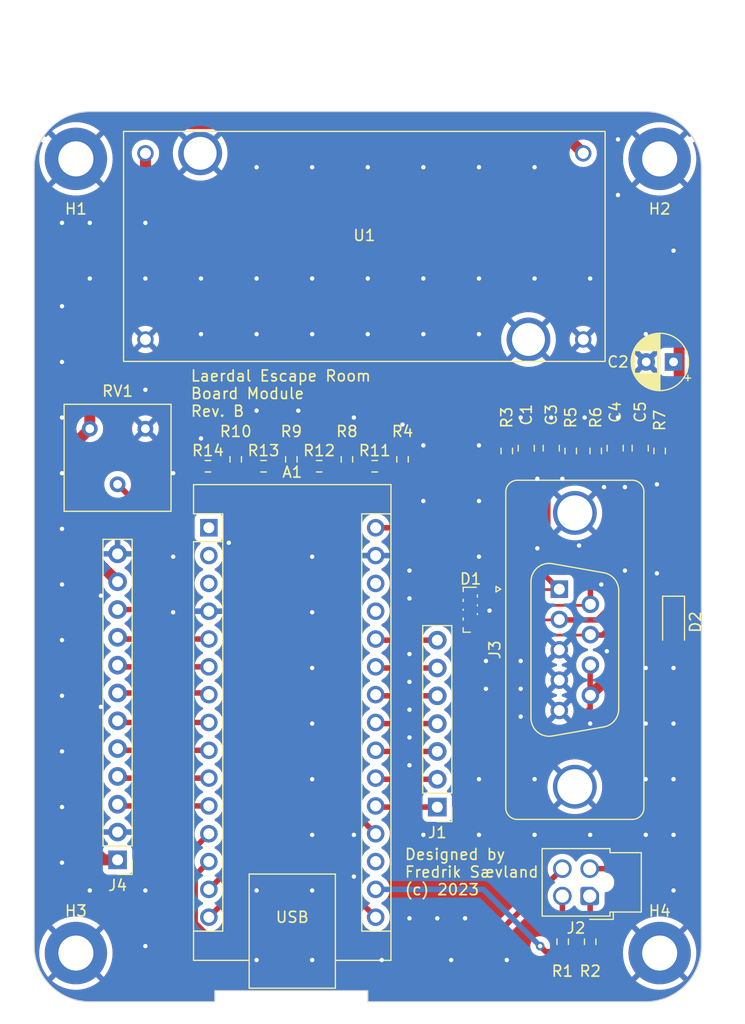
<source format=kicad_pcb>
(kicad_pcb (version 20221018) (generator pcbnew)
  (layers (0 "F.Cu" signal) (31 "B.Cu" signal) (34 "B.Paste" user) (35 "F.Paste" user) (36 "B.SilkS" user "B.Silkscreen") (37 "F.SilkS" user "F.Silkscreen") (38 "B.Mask" user) (39 "F.Mask" user) (44 "Edge.Cuts" user))
  (net 0 "")
  (net 4 "Earth")
  (net 5 "Net-(A1-D2)")
  (net 6 "Net-(A1-D3)")
  (net 7 "Net-(A1-D4)")
  (net 8 "Net-(A1-D5)")
  (net 9 "Net-(A1-D6)")
  (net 10 "Net-(A1-D7)")
  (net 11 "Net-(A1-D8)")
  (net 12 "Net-(A1-D9)")
  (net 13 "Net-(A1-D10)")
  (net 14 "Net-(A1-D11)")
  (net 15 "Net-(A1-D12)")
  (net 16 "Net-(A1-D13)")
  (net 17 "3v3")
  (net 19 "Net-(A1-A0)")
  (net 20 "Net-(A1-A1)")
  (net 21 "Net-(A1-A2)")
  (net 22 "Net-(A1-A3)")
  (net 23 "Net-(A1-A4)")
  (net 24 "Net-(A1-A5)")
  (net 25 "Net-(A1-A6)")
  (net 26 "Net-(A1-A7)")
  (net 27 "5v")
  (net 29 "VIN")
  (net 30 "Net-(D1-K4)")
  (net 31 "Net-(D1-K3)")
  (net 32 "Net-(D1-K2)")
  (net 33 "Net-(D1-K1)")
  (net 38 "Net-(J2-Pin_1)")
  (net 39 "Net-(J2-Pin_3)")
  (net 40 "Net-(J4-Pin_10)")
  (net 41 "VBUCK")
  (net 42 "Net-(R3-Pad2)")
  (net 43 "Net-(R5-Pad2)")
  (net 44 "Net-(R6-Pad2)")
  (net 45 "Net-(R10-Pad2)")
  (footprint "MountingHole:MountingHole_3.2mm_M3_ISO7380_Pad" (layer "F.Cu") (at 138.43 112.395)
    (fp_text reference "H4" (at 0 -3.85) (layer "F.SilkS"))
    (fp_text value "MountingHole_Pad")
    (pad "1" thru_hole circle (at 0 0) (size 5.7 5.7) (drill 3.2) (layers "*.Cu" "*.Mask") (net 4 "Earth"))
  )
  (footprint "Connector_PinHeader_2.54mm:PinHeader_1x07_P2.54mm_Vertical" (layer "F.Cu") (at 118.11 99.065 180)
    (fp_text reference "J1" (at 0 -2.33) (layer "F.SilkS"))
    (fp_text value "Conn_01x07" hide)
    (pad "1" thru_hole rect (at 0 0 180) (size 1.7 1.7) (drill 1) (layers "*.Cu" "*.Mask") (net 20 "Net-(A1-A1)"))
    (pad "2" thru_hole oval (at 0 2.54 180) (size 1.7 1.7) (drill 1) (layers "*.Cu" "*.Mask") (net 21 "Net-(A1-A2)"))
    (pad "3" thru_hole oval (at 0 5.08 180) (size 1.7 1.7) (drill 1) (layers "*.Cu" "*.Mask") (net 22 "Net-(A1-A3)"))
    (pad "4" thru_hole oval (at 0 7.62 180) (size 1.7 1.7) (drill 1) (layers "*.Cu" "*.Mask") (net 23 "Net-(A1-A4)"))
    (pad "5" thru_hole oval (at 0 10.16 180) (size 1.7 1.7) (drill 1) (layers "*.Cu" "*.Mask") (net 24 "Net-(A1-A5)"))
    (pad "6" thru_hole oval (at 0 12.7 180) (size 1.7 1.7) (drill 1) (layers "*.Cu" "*.Mask") (net 25 "Net-(A1-A6)"))
    (pad "7" thru_hole oval (at 0 15.24 180) (size 1.7 1.7) (drill 1) (layers "*.Cu" "*.Mask") (net 26 "Net-(A1-A7)"))
  )
  (footprint "Package_DFN_QFN:UDFN-9_1.0x3.8mm_P0.5mm" (layer "F.Cu") (at 121.125 81.045 180)
    (fp_text reference "D1" (at -0.033 2.813) (layer "F.SilkS"))
    (fp_text value "SP7538P")
    (pad "1" smd rect (at -0.475 -1.7 180) (size 0.6 0.2) (layers "F.Cu" "F.Paste" "F.Mask") (net 33 "Net-(D1-K1)"))
    (pad "2" smd rect (at -0.475 -0.8 180) (size 0.6 0.2) (layers "F.Cu" "F.Paste" "F.Mask") (net 32 "Net-(D1-K2)"))
    (pad "3" smd rect (at -0.475 0 180) (size 0.6 0.2) (layers "F.Cu" "F.Paste" "F.Mask") (net 4 "Earth"))
    (pad "4" smd rect (at -0.475 0.8 180) (size 0.6 0.2) (layers "F.Cu" "F.Paste" "F.Mask") (net 31 "Net-(D1-K3)"))
    (pad "5" smd rect (at -0.475 1.7 180) (size 0.6 0.2) (layers "F.Cu" "F.Paste" "F.Mask") (net 30 "Net-(D1-K4)"))
    (pad "6" smd rect (at 0.475 1.3 180) (size 0.6 0.2) (layers "F.Cu" "F.Paste" "F.Mask"))
    (pad "7" smd rect (at 0.475 0.4 180) (size 0.6 0.2) (layers "F.Cu" "F.Paste" "F.Mask"))
    (pad "8" smd rect (at 0.475 -0.4 180) (size 0.6 0.2) (layers "F.Cu" "F.Paste" "F.Mask"))
    (pad "9" smd rect (at 0.475 -1.3 180) (size 0.6 0.2) (layers "F.Cu" "F.Paste" "F.Mask"))
  )
  (footprint "Connector_PinHeader_2.54mm:PinHeader_1x12_P2.54mm_Vertical" (layer "F.Cu") (at 88.9 103.886 180)
    (fp_text reference "J4" (at 0 -2.33) (layer "F.SilkS"))
    (fp_text value "Conn_01x12")
    (pad "1" thru_hole rect (at 0 0 180) (size 1.7 1.7) (drill 1) (layers "*.Cu" "*.Mask") (net 41 "VBUCK"))
    (pad "2" thru_hole oval (at 0 2.54 180) (size 1.7 1.7) (drill 1) (layers "*.Cu" "*.Mask") (net 4 "Earth"))
    (pad "3" thru_hole oval (at 0 5.08 180) (size 1.7 1.7) (drill 1) (layers "*.Cu" "*.Mask") (net 11 "Net-(A1-D8)"))
    (pad "4" thru_hole oval (at 0 7.62 180) (size 1.7 1.7) (drill 1) (layers "*.Cu" "*.Mask") (net 10 "Net-(A1-D7)"))
    (pad "5" thru_hole oval (at 0 10.16 180) (size 1.7 1.7) (drill 1) (layers "*.Cu" "*.Mask") (net 9 "Net-(A1-D6)"))
    (pad "6" thru_hole oval (at 0 12.7 180) (size 1.7 1.7) (drill 1) (layers "*.Cu" "*.Mask") (net 8 "Net-(A1-D5)"))
    (pad "7" thru_hole oval (at 0 15.24 180) (size 1.7 1.7) (drill 1) (layers "*.Cu" "*.Mask") (net 7 "Net-(A1-D4)"))
    (pad "8" thru_hole oval (at 0 17.78 180) (size 1.7 1.7) (drill 1) (layers "*.Cu" "*.Mask") (net 6 "Net-(A1-D3)"))
    (pad "9" thru_hole oval (at 0 20.32 180) (size 1.7 1.7) (drill 1) (layers "*.Cu" "*.Mask") (net 5 "Net-(A1-D2)"))
    (pad "10" thru_hole oval (at 0 22.86 180) (size 1.7 1.7) (drill 1) (layers "*.Cu" "*.Mask") (net 40 "Net-(J4-Pin_10)"))
    (pad "11" thru_hole oval (at 0 25.4 180) (size 1.7 1.7) (drill 1) (layers "*.Cu" "*.Mask") (net 41 "VBUCK"))
    (pad "12" thru_hole oval (at 0 27.94 180) (size 1.7 1.7) (drill 1) (layers "*.Cu" "*.Mask") (net 4 "Earth"))
  )
  (footprint "Resistor_SMD:R_0603_1608Metric_Pad0.98x0.95mm_HandSolder" (layer "F.Cu") (at 104.775 67.31 90)
    (fp_text reference "R9" (at 2.54 0 180) (layer "F.SilkS"))
    (fp_text value "11k")
    (pad "1" smd roundrect (at -0.9125 0 90) (size 0.975 0.95) (layers "F.Cu" "F.Paste" "F.Mask") (net 15 "Net-(A1-D12)"))
    (pad "2" smd roundrect (at 0.9125 0 90) (size 0.975 0.95) (layers "F.Cu" "F.Paste" "F.Mask") (net 44 "Net-(R6-Pad2)"))
  )
  (footprint "Resistor_SMD:R_0603_1608Metric_Pad0.98x0.95mm_HandSolder" (layer "F.Cu") (at 132.588 66.548 90)
    (fp_text reference "R6" (at 3.048 0 90) (layer "F.SilkS"))
    (fp_text value "470R")
    (pad "1" smd roundrect (at -0.9125 0 90) (size 0.975 0.95) (layers "F.Cu" "F.Paste" "F.Mask") (net 32 "Net-(D1-K2)"))
    (pad "2" smd roundrect (at 0.9125 0 90) (size 0.975 0.95) (layers "F.Cu" "F.Paste" "F.Mask") (net 44 "Net-(R6-Pad2)"))
  )
  (footprint "MountingHole:MountingHole_3.2mm_M3_ISO7380_Pad" (layer "F.Cu") (at 85.09 112.395)
    (fp_text reference "H3" (at 0 -3.85) (layer "F.SilkS"))
    (fp_text value "MountingHole_Pad")
    (pad "1" thru_hole circle (at 0 0) (size 5.7 5.7) (drill 3.2) (layers "*.Cu" "*.Mask") (net 4 "Earth"))
  )
  (footprint "Resistor_SMD:R_0603_1608Metric_Pad0.98x0.95mm_HandSolder" (layer "F.Cu") (at 97.155 67.945)
    (fp_text reference "R14" (at 0 -1.43) (layer "F.SilkS"))
    (fp_text value "22k")
    (pad "1" smd roundrect (at -0.9125 0) (size 0.975 0.95) (layers "F.Cu" "F.Paste" "F.Mask") (net 4 "Earth"))
    (pad "2" smd roundrect (at 0.9125 0) (size 0.975 0.95) (layers "F.Cu" "F.Paste" "F.Mask") (net 14 "Net-(A1-D11)"))
  )
  (footprint "Capacitor_THT:CP_Radial_D5.0mm_P2.50mm" (layer "F.Cu") (at 139.7 58.42 180)
    (fp_text reference "C2" (at 5.08 0) (layer "F.SilkS"))
    (fp_text value "C_Polarized_Small")
    (pad "1" thru_hole rect (at 0 0 180) (size 1.6 1.6) (drill 0.8) (layers "*.Cu" "*.Mask") (net 29 "VIN"))
    (pad "2" thru_hole circle (at 2.5 0 180) (size 1.6 1.6) (drill 0.8) (layers "*.Cu" "*.Mask") (net 4 "Earth"))
  )
  (footprint "Resistor_SMD:R_0603_1608Metric_Pad0.98x0.95mm_HandSolder" (layer "F.Cu") (at 102.235 67.945)
    (fp_text reference "R13" (at 0 -1.43) (layer "F.SilkS"))
    (fp_text value "22k")
    (pad "1" smd roundrect (at -0.9125 0) (size 0.975 0.95) (layers "F.Cu" "F.Paste" "F.Mask") (net 4 "Earth"))
    (pad "2" smd roundrect (at 0.9125 0) (size 0.975 0.95) (layers "F.Cu" "F.Paste" "F.Mask") (net 15 "Net-(A1-D12)"))
  )
  (footprint "Resistor_SMD:R_0603_1608Metric_Pad0.98x0.95mm_HandSolder" (layer "F.Cu") (at 138.43 66.548 90)
    (fp_text reference "R7" (at 2.794 0 90) (layer "F.SilkS"))
    (fp_text value "470R")
    (pad "1" smd roundrect (at -0.9125 0 90) (size 0.975 0.95) (layers "F.Cu" "F.Paste" "F.Mask") (net 33 "Net-(D1-K1)"))
    (pad "2" smd roundrect (at 0.9125 0 90) (size 0.975 0.95) (layers "F.Cu" "F.Paste" "F.Mask") (net 45 "Net-(R10-Pad2)"))
  )
  (footprint "Diode_SMD:D_SOD-123" (layer "F.Cu") (at 139.7 82.17 -90)
    (fp_text reference "D2" (at 0 -2 90) (layer "F.SilkS"))
    (fp_text value "D_Small")
    (pad "1" smd roundrect (at -1.65 0 270) (size 0.9 1.2) (layers "F.Cu" "F.Paste" "F.Mask") (net 29 "VIN"))
    (pad "2" smd roundrect (at 1.65 0 270) (size 0.9 1.2) (layers "F.Cu" "F.Paste" "F.Mask") (net 4 "Earth"))
  )
  (footprint "Resistor_SMD:R_0603_1608Metric_Pad0.98x0.95mm_HandSolder" (layer "F.Cu") (at 129.57 111.3555 90)
    (fp_text reference "R1" (at -2.6905 -0.03 180) (layer "F.SilkS"))
    (fp_text value "R_Small")
    (pad "1" smd roundrect (at -0.9125 0 90) (size 0.975 0.95) (layers "F.Cu" "F.Paste" "F.Mask") (net 17 "3v3"))
    (pad "2" smd roundrect (at 0.9125 0 90) (size 0.975 0.95) (layers "F.Cu" "F.Paste" "F.Mask") (net 39 "Net-(J2-Pin_3)"))
  )
  (footprint "Capacitor_SMD:C_0805_2012Metric_Pad1.18x1.45mm_HandSolder" (layer "F.Cu") (at 136.652 66.294 90)
    (fp_text reference "C5" (at 3.302 0 90) (layer "F.SilkS"))
    (fp_text value "1nF")
    (pad "1" smd roundrect (at -1.0375 0 90) (size 1.175 1.45) (layers "F.Cu" "F.Paste" "F.Mask") (roundrect_rratio 0.2127659574) (net 33 "Net-(D1-K1)"))
    (pad "2" smd roundrect (at 1.0375 0 90) (size 1.175 1.45) (layers "F.Cu" "F.Paste" "F.Mask") (roundrect_rratio 0.2127659574) (net 4 "Earth"))
  )
  (footprint "Potentiometer_THT:Potentiometer_Bourns_3386F_Vertical" (layer "F.Cu") (at 86.36 64.516 -90)
    (fp_text reference "RV1" (at -3.429 -2.54 -180) (layer "F.SilkS"))
    (fp_text value "R_Potentiometer_Small")
    (pad "1" thru_hole circle (at 0 0 270) (size 1.44 1.44) (drill 0.8) (layers "*.Cu" "*.Mask") (net 41 "VBUCK"))
    (pad "2" thru_hole circle (at 5.08 -2.54 270) (size 1.44 1.44) (drill 0.8) (layers "*.Cu" "*.Mask") (net 40 "Net-(J4-Pin_10)"))
    (pad "3" thru_hole circle (at 0 -5.08 270) (size 1.44 1.44) (drill 0.8) (layers "*.Cu" "*.Mask") (net 4 "Earth"))
  )
  (footprint "Capacitor_SMD:C_0805_2012Metric_Pad1.18x1.45mm_HandSolder" (layer "F.Cu") (at 128.524 66.294 90)
    (fp_text reference "C3" (at 3.048 0 90) (layer "F.SilkS"))
    (fp_text value "1nF")
    (pad "1" smd roundrect (at -1.0375 0 90) (size 1.175 1.45) (layers "F.Cu" "F.Paste" "F.Mask") (roundrect_rratio 0.2127659574) (net 31 "Net-(D1-K3)"))
    (pad "2" smd roundrect (at 1.0375 0 90) (size 1.175 1.45) (layers "F.Cu" "F.Paste" "F.Mask") (roundrect_rratio 0.2127659574) (net 4 "Earth"))
  )
  (footprint "Resistor_SMD:R_0603_1608Metric_Pad0.98x0.95mm_HandSolder" (layer "F.Cu") (at 124.46 66.548 90)
    (fp_text reference "R3" (at 3.048 0 90) (layer "F.SilkS"))
    (fp_text value "470R")
    (pad "1" smd roundrect (at -0.9125 0 90) (size 0.975 0.95) (layers "F.Cu" "F.Paste" "F.Mask") (net 30 "Net-(D1-K4)"))
    (pad "2" smd roundrect (at 0.9125 0 90) (size 0.975 0.95) (layers "F.Cu" "F.Paste" "F.Mask") (net 42 "Net-(R3-Pad2)"))
  )
  (footprint "Resistor_SMD:R_0603_1608Metric_Pad0.98x0.95mm_HandSolder" (layer "F.Cu") (at 99.695 67.31 90)
    (fp_text reference "R10" (at 2.54 0) (layer "F.SilkS"))
    (fp_text value "11k")
    (pad "1" smd roundrect (at -0.9125 0 90) (size 0.975 0.95) (layers "F.Cu" "F.Paste" "F.Mask") (net 14 "Net-(A1-D11)"))
    (pad "2" smd roundrect (at 0.9125 0 90) (size 0.975 0.95) (layers "F.Cu" "F.Paste" "F.Mask") (net 45 "Net-(R10-Pad2)"))
  )
  (footprint "Connector_Dsub:DSUB-9_Female_Vertical_P2.77x2.84mm_MountingHoles" (layer "F.Cu") (at 129.2606 79.1662 90)
    (fp_text reference "J3" (at -5.54 -5.89 90) (layer "F.SilkS"))
    (fp_text value "DE9_Receptacle_MountingHoles")
    (pad "0" thru_hole circle (at -18.04 1.42 90) (size 4 4) (drill 3.2) (layers "*.Cu" "*.Mask") (net 4 "Earth"))
    (pad "0" thru_hole circle (at 6.96 1.42 90) (size 4 4) (drill 3.2) (layers "*.Cu" "*.Mask") (net 4 "Earth"))
    (pad "1" thru_hole rect (at 0 0 90) (size 1.6 1.6) (drill 1) (layers "*.Cu" "*.Mask") (net 30 "Net-(D1-K4)"))
    (pad "2" thru_hole circle (at -2.77 0 90) (size 1.6 1.6) (drill 1) (layers "*.Cu" "*.Mask") (net 32 "Net-(D1-K2)"))
    (pad "3" thru_hole circle (at -5.54 0 90) (size 1.6 1.6) (drill 1) (layers "*.Cu" "*.Mask") (net 4 "Earth"))
    (pad "4" thru_hole circle (at -8.31 0 90) (size 1.6 1.6) (drill 1) (layers "*.Cu" "*.Mask") (net 4 "Earth"))
    (pad "5" thru_hole circle (at -11.08 0 90) (size 1.6 1.6) (drill 1) (layers "*.Cu" "*.Mask") (net 4 "Earth"))
    (pad "6" thru_hole circle (at -1.385 2.84 90) (size 1.6 1.6) (drill 1) (layers "*.Cu" "*.Mask") (net 31 "Net-(D1-K3)"))
    (pad "7" thru_hole circle (at -4.155 2.84 90) (size 1.6 1.6) (drill 1) (layers "*.Cu" "*.Mask") (net 33 "Net-(D1-K1)"))
    (pad "8" thru_hole circle (at -6.925 2.84 90) (size 1.6 1.6) (drill 1) (layers "*.Cu" "*.Mask") (net 29 "VIN"))
    (pad "9" thru_hole circle (at -9.695 2.84 90) (size 1.6 1.6) (drill 1) (layers "*.Cu" "*.Mask") (net 29 "VIN"))
  )
  (footprint "Connector_Molex:Molex_Nano-Fit_105310-xx04_2x02_P2.50mm_Vertical" (layer "F.Cu") (at 132.04 107.188 180)
    (fp_text reference "J2" (at 1.25 -2.92) (layer "F.SilkS"))
    (fp_text value "Conn_02x02_Odd_Even" hide)
    (pad "" np_thru_hole circle (at -1.34 1.25 180) (size 1.3 1.3) (drill 1.3) (layers "*.Cu" "*.Mask"))
    (pad "1" thru_hole custom (at 0 0 180) (size 1.417157 1.417157) (drill 1.2) (layers "*.Cu" "*.Mask") (net 38 "Net-(J2-Pin_1)") (options (clearance outline) (anchor circle)) (primitives (gr_poly (pts (xy 0.6 0.6) (xy -0.2 0.6) (xy -0.6 0.2) (xy -0.6 -0.6) (xy 0.6 -0.6)) (width 0.5) (fill yes))))
    (pad "2" thru_hole circle (at 0 2.5 180) (size 1.7 1.7) (drill 1.2) (layers "*.Cu" "*.Mask") (net 12 "Net-(A1-D9)"))
    (pad "3" thru_hole circle (at 2.5 0 180) (size 1.7 1.7) (drill 1.2) (layers "*.Cu" "*.Mask") (net 39 "Net-(J2-Pin_3)"))
    (pad "4" thru_hole circle (at 2.5 2.5 180) (size 1.7 1.7) (drill 1.2) (layers "*.Cu" "*.Mask") (net 13 "Net-(A1-D10)"))
  )
  (footprint "MountingHole:MountingHole_3.2mm_M3_ISO7380_Pad" (layer "F.Cu") (at 85.09 39.878)
    (fp_text reference "H1" (at 0 4.572) (layer "F.SilkS"))
    (fp_text value "MountingHole_Pad")
    (pad "1" thru_hole circle (at 0 0) (size 5.7 5.7) (drill 3.2) (layers "*.Cu" "*.Mask") (net 4 "Earth"))
  )
  (footprint "Resistor_SMD:R_0603_1608Metric_Pad0.98x0.95mm_HandSolder" (layer "F.Cu") (at 109.855 67.31 90)
    (fp_text reference "R8" (at 2.54 0 180) (layer "F.SilkS"))
    (fp_text value "11k")
    (pad "1" smd roundrect (at -0.9125 0 90) (size 0.975 0.95) (layers "F.Cu" "F.Paste" "F.Mask") (net 16 "Net-(A1-D13)"))
    (pad "2" smd roundrect (at 0.9125 0 90) (size 0.975 0.95) (layers "F.Cu" "F.Paste" "F.Mask") (net 43 "Net-(R5-Pad2)"))
  )
  (footprint "Resistor_SMD:R_0603_1608Metric_Pad0.98x0.95mm_HandSolder" (layer "F.Cu") (at 112.395 67.945)
    (fp_text reference "R11" (at 0 -1.43) (layer "F.SilkS"))
    (fp_text value "22k")
    (pad "1" smd roundrect (at -0.9125 0) (size 0.975 0.95) (layers "F.Cu" "F.Paste" "F.Mask") (net 4 "Earth"))
    (pad "2" smd roundrect (at 0.9125 0) (size 0.975 0.95) (layers "F.Cu" "F.Paste" "F.Mask") (net 19 "Net-(A1-A0)"))
  )
  (footprint "Resistor_SMD:R_0603_1608Metric_Pad0.98x0.95mm_HandSolder" (layer "F.Cu") (at 107.315 67.945)
    (fp_text reference "R12" (at 0 -1.43) (layer "F.SilkS"))
    (fp_text value "22k")
    (pad "1" smd roundrect (at -0.9125 0) (size 0.975 0.95) (layers "F.Cu" "F.Paste" "F.Mask") (net 4 "Earth"))
    (pad "2" smd roundrect (at 0.9125 0) (size 0.975 0.95) (layers "F.Cu" "F.Paste" "F.Mask") (net 16 "Net-(A1-D13)"))
  )
  (footprint "fsaev_lib:LM2596_DCDC_dboard" (layer "F.Cu") (at 111.445 47.37)
    (fp_text reference "U1" (at 0 -0.5 unlocked) (layer "F.SilkS"))
    (fp_text value "~")
    (pad "1" thru_hole circle (at -15 -8) (size 4 4) (drill 3) (layers "*.Cu" "*.Mask") (net 4 "Earth"))
    (pad "2" thru_hole circle (at 15 9) (size 4 4) (drill 3) (layers "*.Cu" "*.Mask") (net 4 "Earth"))
    (pad "3" thru_hole circle (at -20 -8) (size 1.5 1.5) (drill 1) (layers "*.Cu" "*.Mask") (net 29 "VIN"))
    (pad "4" thru_hole circle (at -20 9) (size 1.5 1.5) (drill 1) (layers "*.Cu" "*.Mask") (net 4 "Earth"))
    (pad "5" thru_hole circle (at 20 -8) (size 1.5 1.5) (drill 1) (layers "*.Cu" "*.Mask") (net 41 "VBUCK"))
    (pad "6" thru_hole circle (at 20 9) (size 1.5 1.5) (drill 1) (layers "*.Cu" "*.Mask") (net 4 "Earth"))
  )
  (footprint "Module:Arduino_Nano" (layer "F.Cu") (at 97.24 73.56)
    (fp_text reference "A1" (at 7.62 -5.08) (layer "F.SilkS"))
    (fp_text value "Arduino_Nano_v3.x")
    (fp_text user "USB" (at 7.62 35.56 unlocked) (layer "F.SilkS"))
    (pad "1" thru_hole rect (at 0 0) (size 1.6 1.6) (drill 1) (layers "*.Cu" "*.Mask"))
    (pad "2" thru_hole oval (at 0 2.54) (size 1.6 1.6) (drill 1) (layers "*.Cu" "*.Mask"))
    (pad "3" thru_hole oval (at 0 5.08) (size 1.6 1.6) (drill 1) (layers "*.Cu" "*.Mask"))
    (pad "4" thru_hole oval (at 0 7.62) (size 1.6 1.6) (drill 1) (layers "*.Cu" "*.Mask") (net 4 "Earth"))
    (pad "5" thru_hole oval (at 0 10.16) (size 1.6 1.6) (drill 1) (layers "*.Cu" "*.Mask") (net 5 "Net-(A1-D2)"))
    (pad "6" thru_hole oval (at 0 12.7) (size 1.6 1.6) (drill 1) (layers "*.Cu" "*.Mask") (net 6 "Net-(A1-D3)"))
    (pad "7" thru_hole oval (at 0 15.24) (size 1.6 1.6) (drill 1) (layers "*.Cu" "*.Mask") (net 7 "Net-(A1-D4)"))
    (pad "8" thru_hole oval (at 0 17.78) (size 1.6 1.6) (drill 1) (layers "*.Cu" "*.Mask") (net 8 "Net-(A1-D5)"))
    (pad "9" thru_hole oval (at 0 20.32) (size 1.6 1.6) (drill 1) (layers "*.Cu" "*.Mask") (net 9 "Net-(A1-D6)"))
    (pad "10" thru_hole oval (at 0 22.86) (size 1.6 1.6) (drill 1) (layers "*.Cu" "*.Mask") (net 10 "Net-(A1-D7)"))
    (pad "11" thru_hole oval (at 0 25.4) (size 1.6 1.6) (drill 1) (layers "*.Cu" "*.Mask") (net 11 "Net-(A1-D8)"))
    (pad "12" thru_hole oval (at 0 27.94) (size 1.6 1.6) (drill 1) (layers "*.Cu" "*.Mask") (net 12 "Net-(A1-D9)"))
    (pad "13" thru_hole oval (at 0 30.48) (size 1.6 1.6) (drill 1) (layers "*.Cu" "*.Mask") (net 13 "Net-(A1-D10)"))
    (pad "14" thru_hole oval (at 0 33.02) (size 1.6 1.6) (drill 1) (layers "*.Cu" "*.Mask") (net 14 "Net-(A1-D11)"))
    (pad "15" thru_hole oval (at 0 35.56) (size 1.6 1.6) (drill 1) (layers "*.Cu" "*.Mask") (net 15 "Net-(A1-D12)"))
    (pad "16" thru_hole oval (at 15.24 35.56) (size 1.6 1.6) (drill 1) (layers "*.Cu" "*.Mask") (net 16 "Net-(A1-D13)"))
    (pad "17" thru_hole oval (at 15.24 33.02) (size 1.6 1.6) (drill 1) (layers "*.Cu" "*.Mask") (net 17 "3v3"))
    (pad "18" thru_hole oval (at 15.24 30.48) (size 1.6 1.6) (drill 1) (layers "*.Cu" "*.Mask"))
    (pad "19" thru_hole oval (at 15.24 27.94) (size 1.6 1.6) (drill 1) (layers "*.Cu" "*.Mask") (net 19 "Net-(A1-A0)"))
    (pad "20" thru_hole oval (at 15.24 25.4) (size 1.6 1.6) (drill 1) (layers "*.Cu" "*.Mask") (net 20 "Net-(A1-A1)"))
    (pad "21" thru_hole oval (at 15.24 22.86) (size 1.6 1.6) (drill 1) (layers "*.Cu" "*.Mask") (net 21 "Net-(A1-A2)"))
    (pad "22" thru_hole oval (at 15.24 20.32) (size 1.6 1.6) (drill 1) (layers "*.Cu" "*.Mask") (net 22 "Net-(A1-A3)"))
    (pad "23" thru_hole oval (at 15.24 17.78) (size 1.6 1.6) (drill 1) (layers "*.Cu" "*.Mask") (net 23 "Net-(A1-A4)"))
    (pad "24" thru_hole oval (at 15.24 15.24) (size 1.6 1.6) (drill 1) (layers "*.Cu" "*.Mask") (net 24 "Net-(A1-A5)"))
    (pad "25" thru_hole oval (at 15.24 12.7) (size 1.6 1.6) (drill 1) (layers "*.Cu" "*.Mask") (net 25 "Net-(A1-A6)"))
    (pad "26" thru_hole oval (at 15.24 10.16) (size 1.6 1.6) (drill 1) (layers "*.Cu" "*.Mask") (net 26 "Net-(A1-A7)"))
    (pad "27" thru_hole oval (at 15.24 7.62) (size 1.6 1.6) (drill 1) (layers "*.Cu" "*.Mask") (net 27 "5v"))
    (pad "28" thru_hole oval (at 15.24 5.08) (size 1.6 1.6) (drill 1) (layers "*.Cu" "*.Mask"))
    (pad "29" thru_hole oval (at 15.24 2.54) (size 1.6 1.6) (drill 1) (layers "*.Cu" "*.Mask") (net 4 "Earth"))
    (pad "30" thru_hole oval (at 15.24 0) (size 1.6 1.6) (drill 1) (layers "*.Cu" "*.Mask") (net 29 "VIN"))
  )
  (footprint "Resistor_SMD:R_0603_1608Metric_Pad0.98x0.95mm_HandSolder" (layer "F.Cu") (at 132.08 111.3555 90)
    (fp_text reference "R2" (at -2.6905 0) (layer "F.SilkS"))
    (fp_text value "R_Small")
    (pad "1" smd roundrect (at -0.9125 0 90) (size 0.975 0.95) (layers "F.Cu" "F.Paste" "F.Mask") (net 17 "3v3"))
    (pad "2" smd roundrect (at 0.9125 0 90) (size 0.975 0.95) (layers "F.Cu" "F.Paste" "F.Mask") (net 38 "Net-(J2-Pin_1)"))
  )
  (footprint "MountingHole:MountingHole_3.2mm_M3_ISO7380_Pad" (layer "F.Cu") (at 138.43 39.878)
    (fp_text reference "H2" (at 0 4.572) (layer "F.SilkS"))
    (fp_text value "MountingHole_Pad")
    (pad "1" thru_hole circle (at 0 0) (size 5.7 5.7) (drill 3.2) (layers "*.Cu" "*.Mask") (net 4 "Earth"))
  )
  (footprint "Capacitor_SMD:C_0805_2012Metric_Pad1.18x1.45mm_HandSolder" (layer "F.Cu") (at 134.366 66.294 90)
    (fp_text reference "C4" (at 3.302 0 90) (layer "F.SilkS"))
    (fp_text value "1nF")
    (pad "1" smd roundrect (at -1.0375 0 90) (size 1.175 1.45) (layers "F.Cu" "F.Paste" "F.Mask") (roundrect_rratio 0.2127659574) (net 32 "Net-(D1-K2)"))
    (pad "2" smd roundrect (at 1.0375 0 90) (size 1.175 1.45) (layers "F.Cu" "F.Paste" "F.Mask") (roundrect_rratio 0.2127659574) (net 4 "Earth"))
  )
  (footprint "Resistor_SMD:R_0603_1608Metric_Pad0.98x0.95mm_HandSolder" (layer "F.Cu") (at 130.302 66.548 90)
    (fp_text reference "R5" (at 3.048 0 90) (layer "F.SilkS"))
    (fp_text value "470R")
    (pad "1" smd roundrect (at -0.9125 0 90) (size 0.975 0.95) (layers "F.Cu" "F.Paste" "F.Mask") (net 31 "Net-(D1-K3)"))
    (pad "2" smd roundrect (at 0.9125 0 90) (size 0.975 0.95) (layers "F.Cu" "F.Paste" "F.Mask") (net 43 "Net-(R5-Pad2)"))
  )
  (footprint "Resistor_SMD:R_0603_1608Metric_Pad0.98x0.95mm_HandSolder" (layer "F.Cu") (at 114.935 67.31 90)
    (fp_text reference "R4" (at 2.54 0 180) (layer "F.SilkS"))
    (fp_text value "11k")
    (pad "1" smd roundrect (at -0.9125 0 90) (size 0.975 0.95) (layers "F.Cu" "F.Paste" "F.Mask") (net 19 "Net-(A1-A0)"))
    (pad "2" smd roundrect (at 0.9125 0 90) (size 0.975 0.95) (layers "F.Cu" "F.Paste" "F.Mask") (net 42 "Net-(R3-Pad2)"))
  )
  (footprint "Capacitor_SMD:C_0805_2012Metric_Pad1.18x1.45mm_HandSolder" (layer "F.Cu") (at 126.238 66.294 90)
    (fp_text reference "C1" (at 3.048 0 90) (layer "F.SilkS"))
    (fp_text value "1nF")
    (pad "1" smd roundrect (at -1.0375 0 90) (size 1.175 1.45) (layers "F.Cu" "F.Paste" "F.Mask") (roundrect_rratio 0.2127659574) (net 30 "Net-(D1-K4)"))
    (pad "2" smd roundrect (at 1.0375 0 90) (size 1.175 1.45) (layers "F.Cu" "F.Paste" "F.Mask") (roundrect_rratio 0.2127659574) (net 4 "Earth"))
  )
  (gr_arc (start 81.28 40.64) (mid 82.767898 37.047898) (end 86.36 35.56) (stroke (width 0.1)) (layer "Edge.Cuts"))
  (gr_line (start 81.28 40.64) (end 81.28 111.76) (stroke (width 0.1)) (layer "Edge.Cuts"))
  (gr_arc (start 142.24 111.76) (mid 140.752102 115.352102) (end 137.16 116.84) (stroke (width 0.1)) (layer "Edge.Cuts"))
  (gr_line (start 142.24 111.76) (end 142.24 40.64) (stroke (width 0.1)) (layer "Edge.Cuts"))
  (gr_line (start 111.76 115.824) (end 97.79 115.824) (stroke (width 0.1)) (layer "Edge.Cuts"))
  (gr_line (start 111.76 116.84) (end 111.76 115.824) (stroke (width 0.1)) (layer "Edge.Cuts"))
  (gr_arc (start 137.16 35.56) (mid 140.752102 37.047898) (end 142.24 40.64) (stroke (width 0.1)) (layer "Edge.Cuts"))
  (gr_line (start 137.16 35.56) (end 86.36 35.56) (stroke (width 0.1)) (layer "Edge.Cuts"))
  (gr_line (start 137.16 116.84) (end 111.76 116.84) (stroke (width 0.1)) (layer "Edge.Cuts"))
  (gr_line (start 97.79 116.84) (end 86.36 116.84) (stroke (width 0.1)) (layer "Edge.Cuts"))
  (gr_line (start 97.79 115.824) (end 97.79 116.84) (stroke (width 0.1)) (layer "Edge.Cuts"))
  (gr_arc (start 86.36 116.84) (mid 82.767898 115.352102) (end 81.28 111.76) (stroke (width 0.1)) (layer "Edge.Cuts"))
  (gr_text "Laerdal Escape Room\nBoard Module\nRev. B\n" (at 95.504 63.5) (layer "F.SilkS") (effects (font (size 1 1)) (justify left bottom)))
  (gr_text "Designed by \nFredrik Sævland \n(c) 2023" (at 115.062 107.188) (layer "F.SilkS") (effects (font (size 1 1)) (justify left bottom)))
  (segment (start 122.8026 81.045) (end 122.8852 81.1276) (width 0.5) (layer "F.Cu") (net 4))
  (segment (start 121.6 81.045) (end 122.8026 81.045) (width 0.5) (layer "F.Cu") (net 4))
  (via (at 101.6 106.68) (size 0.8) (drill 0.4) (layers "F.Cu" "B.Cu") (net 4))
  (via (at 137.16 86.36) (size 0.8) (drill 0.4) (layers "F.Cu" "B.Cu") (net 4))
  (via (at 83.82 88.9) (size 0.8) (drill 0.4) (layers "F.Cu" "B.Cu") (net 4))
  (via (at 121.92 71.12) (size 0.8) (drill 0.4) (layers "F.Cu" "B.Cu") (net 4))
  (via (at 137.16 101.6) (size 0.8) (drill 0.4) (layers "F.Cu" "B.Cu") (net 4))
  (via (at 121.92 66.04) (size 0.8) (drill 0.4) (layers "F.Cu" "B.Cu") (net 4))
  (via (at 83.82 99.06) (size 0.8) (drill 0.4) (layers "F.Cu" "B.Cu") (net 4))
  (via (at 83.82 78.74) (size 0.8) (drill 0.4) (layers "F.Cu" "B.Cu") (net 4))
  (via (at 91.44 60.96) (size 0.8) (drill 0.4) (layers "F.Cu" "B.Cu") (net 4))
  (via (at 124.46 113.03) (size 0.8) (drill 0.4) (layers "F.Cu" "B.Cu") (net 4))
  (via (at 127.254 69.088) (size 0.8) (drill 0.4) (layers "F.Cu" "B.Cu") (net 4))
  (via (at 110.49 63.5) (size 0.8) (drill 0.4) (layers "F.Cu" "B.Cu") (net 4))
  (via (at 125.73 63.5) (size 0.8) (drill 0.4) (layers "F.Cu" "B.Cu") (net 4))
  (via (at 83.82 104.14) (size 0.8) (drill 0.4) (layers "F.Cu" "B.Cu") (net 4))
  (via (at 116.84 71.12) (size 0.8) (drill 0.4) (layers "F.Cu" "B.Cu") (net 4))
  (via (at 133.604 84.836) (size 0.8) (drill 0.4) (layers "F.Cu" "B.Cu") (net 4))
  (via (at 83.82 58.42) (size 0.8) (drill 0.4) (layers "F.Cu" "B.Cu") (net 4))
  (via (at 116.84 101.6) (size 0.8) (drill 0.4) (layers "F.Cu" "B.Cu") (net 4))
  (via (at 106.68 86.36) (size 0.8) (drill 0.4) (layers "F.Cu" "B.Cu") (net 4))
  (via (at 96.52 55.88) (size 0.8) (drill 0.4) (layers "F.Cu" "B.Cu") (net 4))
  (via (at 106.68 106.68) (size 0.8) (drill 0.4) (layers "F.Cu" "B.Cu") (net 4))
  (via (at 132.08 50.8) (size 0.8) (drill 0.4) (layers "F.Cu" "B.Cu") (net 4))
  (via (at 122.555 88.265) (size 0.8) (drill 0.4) (layers "F.Cu" "B.Cu") (net 4))
  (via (at 83.82 68.58) (size 0.8) (drill 0.4) (layers "F.Cu" "B.Cu") (net 4))
  (via (at 127.254 75.438) (size 0.8) (drill 0.4) (layers "F.Cu" "B.Cu") (net 4))
  (via (at 135.255 77.47) (size 0.8) (drill 0.4) (layers "F.Cu" "B.Cu") (net 4))
  (via (at 121.92 101.6) (size 0.8) (drill 0.4) (layers "F.Cu" "B.Cu") (net 4))
  (via (at 138.176 77.724) (size 0.8) (drill 0.4) (layers "F.Cu" "B.Cu") (net 4))
  (via (at 83.82 93.98) (size 0.8) (drill 0.4) (layers "F.Cu" "B.Cu") (net 4))
  (via (at 131.572 63.5) (size 0.8) (drill 0.4) (layers "F.Cu" "B.Cu") (net 4))
  (via (at 127 96.52) (size 0.8) (drill 0.4) (layers "F.Cu" "B.Cu") (net 4))
  (via (at 128.524 63.5) (size 0.8) (drill 0.4) (layers "F.Cu" "B.Cu") (net 4))
  (via (at 121.92 50.8) (size 0.8) (drill 0.4) (layers "F.Cu" "B.Cu") (net 4))
  (via (at 121.92 40.64) (size 0.8) (drill 0.4) (layers "F.Cu" "B.Cu") (net 4))
  (via (at 83.82 73.66) (size 0.8) (drill 0.4) (layers "F.Cu" "B.Cu") (net 4))
  (via (at 120.65 109.22) (size 0.8) (drill 0.4) (layers "F.Cu" "B.Cu") (net 4))
  (via (at 105.41 62.865) (size 0.8) (drill 0.4) (layers "F.Cu" "B.Cu") (net 4))
  (via (at 96.52 50.8) (size 0.8) (drill 0.4) (layers "F.Cu" "B.Cu") (net 4))
  (via (at 139.7 96.52) (size 0.8) (drill 0.4) (layers "F.Cu" "B.Cu") (net 4))
  (via (at 138.176 69.596) (size 0.8) (drill 0.4) (layers "F.Cu" "B.Cu") (net 4))
  (via (at 125.73 85.725) (size 0.8) (drill 0.4) (layers "F.Cu" "B.Cu") (net 4))
  (via (at 86.36 45.72) (size 0.8) (drill 0.4) (layers "F.Cu" "B.Cu") (net 4))
  (via (at 116.84 55.88) (size 0.8) (drill 0.4) (layers "F.Cu" "B.Cu") (net 4))
  (via (at 113.03 113.03) (size 0.8) (drill 0.4) (layers "F.Cu" "B.Cu") (net 4))
  (via (at 127 40.64) (size 0.8) (drill 0.4) (layers "F.Cu" "B.Cu") (net 4))
  (via (at 111.76 55.88) (size 0.8) (drill 0.4) (layers "F.Cu" "B.Cu") (net 4))
  (via (at 115.57 87.63) (size 0.8) (drill 0.4) (layers "F.Cu" "B.Cu") (net 4))
  (via (at 110.49 105.41) (size 0.8) (drill 0.4) (layers "F.Cu" "B.Cu") (net 4))
  (via (at 125.73 88.265) (size 0.8) (drill 0.4) (layers "F.Cu" "B.Cu") (net 4))
  (via (at 115.57 85.09) (size 0.8) (drill 0.4) (layers "F.Cu" "B.Cu") (net 4))
  (via (at 131.064 75.184) (size 0.8) (drill 0.4) (layers "F.Cu" "B.Cu") (net 4))
  (via (at 125.73 90.805) (size 0.8) (drill 0.4) (layers "F.Cu" "B.Cu") (net 4))
  (via (at 86.36 50.8) (size 0.8) (drill 0.4) (layers "F.Cu" "B.Cu") (net 4))
  (via (at 101.6 113.03) (size 0.8) (drill 0.4) (layers "F.Cu" "B.Cu") (net 4))
  (via (at 115.57 77.47) (size 0.8) (drill 0.4) (layers "F.Cu" "B.Cu") (net 4))
  (via (at 83.82 83.82) (size 0.8) (drill 0.4) (layers "F.Cu" "B.Cu") (net 4))
  (via (at 137.16 91.44) (size 0.8) (drill 0.4) (layers "F.Cu" "B.Cu") (net 4))
  (via (at 116.84 66.04) (size 0.8) (drill 0.4) (layers "F.Cu" "B.Cu") (net 4))
  (via (at 139.7 86.36) (size 0.8) (drill 0.4) (layers "F.Cu" "B.Cu") (net 4))
  (via (at 111.76 40.64) (size 0.8) (drill 0.4) (layers "F.Cu" "B.Cu") (net 4))
  (via (at 119.38 113.03) (size 0.8) (drill 0.4) (layers "F.Cu" "B.Cu") (net 4))
  (via (at 86.36 106.68) (size 0.8) (drill 0.4) (layers "F.Cu" "B.Cu") (net 4))
  (via (at 133.096 78.74) (size 0.8) (drill 0.4) (layers "F.Cu" "B.Cu") (net 4))
  (via (at 127 101.6) (size 0.8) (drill 0.4) (layers "F.Cu" "B.Cu") (net 4))
  (via (at 106.68 55.88) (size 0.8) (drill 0.4) (layers "F.Cu" "B.Cu") (net 4))
  (via (at 106.68 91.44) (size 0.8) (drill 0.4) (layers "F.Cu" "B.Cu") (net 4))
  (via (at 110.49 101.6) (size 0.8) (drill 0.4) (layers "F.Cu" "B.Cu") (net 4))
  (via (at 129.54 69.088) (size 0.8) (drill 0.4) (layers "F.Cu" "B.Cu") (net 4))
  (via (at 93.98 76.2) (size 0.8) (drill 0.4) (layers "F.Cu" "B.Cu") (net 4))
  (via (at 133.35 69.85) (size 0.8) (drill 0.4) (layers "F.Cu" "B.Cu") (net 4))
  (via (at 106.68 81.28) (size 0.8) (drill 0.4) (layers "F.Cu" "B.Cu") (net 4))
  (via (at 106.68 96.52) (size 0.8) (drill 0.4) (layers "F.Cu" "B.Cu") (net 4))
  (via (at 106.68 101.6) (size 0.8) (drill 0.4) (layers "F.Cu" "B.Cu") (net 4))
  (via (at 134.62 63.5) (size 0.8) (drill 0.4) (layers "F.Cu" "B.Cu") (net 4))
  (via (at 121.92 96.52) (size 0.8) (drill 0.4) (layers "F.Cu" "B.Cu") (net 4))
  (via (at 116.84 40.64) (size 0.8) (drill 0.4) (layers "F.Cu" "B.Cu") (net 4))
  (via (at 115.57 92.71) (size 0.8) (drill 0.4) (layers "F.Cu" "B.Cu") (net 4))
  (via (at 83.82 53.34) (size 0.8) (drill 0.4) (layers "F.Cu" "B.Cu") (net 4))
  (via (at 115.57 95.25) (size 0.8) (drill 0.4) (layers "F.Cu" "B.Cu") (net 4))
  (via (at 135.255 69.85) (size 0.8) (drill 0.4) (layers "F.Cu" "B.Cu") (net 4))
  (via (at 116.84 50.8) (size 0.8) (drill 0.4) (layers "F.Cu" "B.Cu") (net 4))
  (via (at 83.82 45.72) (size 0.8) (drill 0.4) (layers "F.Cu" "B.Cu") (net 4))
  (via (at 127 50.8) (size 0.8) (drill 0.4) (layers "F.Cu" "B.Cu") (net 4))
  (via (at 99.06 74.93) (size 0.8) (drill 0.4) (layers "F.Cu" "B.Cu") (net 4))
  (via (at 93.98 68.58) (size 0.8) (drill 0.4) (layers "F.Cu" "B.Cu") (net 4))
  (via (at 114.935 64.135) (size 0.8) (drill 0.4) (layers "F.Cu" "B.Cu") (net 4))
  (via (at 115.57 80.01) (size 0.8) (drill 0.4) (layers "F.Cu" "B.Cu") (net 4))
  (via (at 139.7 91.44) (size 0.8) (drill 0.4) (layers "F.Cu" "B.Cu") (net 4))
  (via (at 115.57 90.17) (size 0.8) (drill 0.4) (layers "F.Cu" "B.Cu") (net 4))
  (via (at 118.11 109.22) (size 0.8) (drill 0.4) (layers "F.Cu" "B.Cu") (net 4))
  (via (at 134.62 43.18) (size 0.8) (drill 0.4) (layers "F.Cu" "B.Cu") (net 4))
  (via (at 137.16 96.52) (size 0.8) (drill 0.4) (layers "F.Cu" "B.Cu") (net 4))
  (via (at 91.44 50.8) (size 0.8) (drill 0.4) (layers "F.Cu" "B.Cu") (net 4))
  (via (at 137.16 55.88) (size 0.8) (drill 0.4) (layers "F.Cu" "B.Cu") (net 4))
  (via (at 101.6 40.64) (size 0.8) (drill 0.4) (layers "F.Cu" "B.Cu") (net 4))
  (via (at 106.68 113.03) (size 0.8) (drill 0.4) (layers "F.Cu" "B.Cu") (net 4))
  (via (at 115.57 109.22) (size 0.8) (drill 0.4) (layers "F.Cu" "B.Cu") (net 4))
  (via (at 132.08 91.44) (size 0.8) (drill 0.4) (layers "F.Cu" "B.Cu") (net 4))
  (via (at 101.6 55.88) (size 0.8) (drill 0.4) (layers "F.Cu" "B.Cu") (net 4))
  (via (at 139.7 106.68) (size 0.8) (drill 0.4) (layers "F.Cu" "B.Cu") (net 4))
  (via (at 106.68 76.2) (size 0.8) (drill 0.4) (layers "F.Cu" "B.Cu") (net 4))
  (via (at 83.82 63.5) (size 0.8) (drill 0.4) (layers "F.Cu" "B.Cu") (net 4))
  (via (at 91.44 45.72) (size 0.8) (drill 0.4) (layers "F.Cu" "B.Cu") (net 4))
  (via (at 91.44 106.68) (size 0.8) (drill 0.4) (layers "F.Cu" "B.Cu") (net 4))
  (via (at 121.92 76.2) (size 0.8) (drill 0.4) (layers "F.Cu" "B.Cu") (net 4))
  (via (at 122.555 85.725) (size 0.8) (drill 0.4) (layers "F.Cu" "B.Cu") (net 4))
  (via (at 101.6 50.8) (size 0.8) (drill 0.4) (layers "F.Cu" "B.Cu") (net 4))
  (via (at 91.44 111.76) (size 0.8) (drill 0.4) (layers "F.Cu" "B.Cu") (net 4))
  (via (at 111.76 50.8) (size 0.8) (drill 0.4) (layers "F.Cu" "B.Cu") (net 4))
  (via (at 139.7 101.6) (size 0.8) (drill 0.4) (layers "F.Cu" "B.Cu") (net 4))
  (via (at 122.8852 81.1276) (size 0.8) (drill 0.4) (layers "F.Cu" "B.Cu") (net 4))
  (via (at 106.68 50.8) (size 0.8) (drill 0.4) (layers "F.Cu" "B.Cu") (net 4))
  (via (at 87.376 79.756) (size 0.8) (drill 0.4) (layers "F.Cu" "B.Cu") (net 4))
  (via (at 93.98 81.28) (size 0.8) (drill 0.4) (layers "F.Cu" "B.Cu") (net 4))
  (via (at 87.376 89.916) (size 0.8) (drill 0.4) (layers "F.Cu" "B.Cu") (net 4))
  (via (at 106.68 40.64) (size 0.8) (drill 0.4) (layers "F.Cu" "B.Cu") (net 4))
  (via (at 96.52 65.405) (size 0.8) (drill 0.4) (layers "F.Cu" "B.Cu") (net 4))
  (via (at 101.6 62.865) (size 0.8) (drill 0.4) (layers "F.Cu" "B.Cu") (net 4))
  (via (at 121.92 55.88) (size 0.8) (drill 0.4) (layers "F.Cu" "B.Cu") (net 4))
  (via (at 132.08 101.6) (size 0.8) (drill 0.4) (layers "F.Cu" "B.Cu") (net 4))
  (via (at 139.7 48.26) (size 0.8) (drill 0.4) (layers "F.Cu" "B.Cu") (net 4))
  (via (at 134.62 38.1) (size 0.8) (drill 0.4) (layers "F.Cu" "B.Cu") (net 4))
  (segment (start 89.054 83.72) (end 88.9 83.566) (width 0.5) (layer "F.Cu") (net 5))
  (segment (start 97.24 83.72) (end 89.054 83.72) (width 0.5) (layer "F.Cu") (net 5))
  (segment (start 89.054 86.26) (end 88.9 86.106) (width 0.5) (layer "F.Cu") (net 6))
  (segment (start 97.24 86.26) (end 89.054 86.26) (width 0.5) (layer "F.Cu") (net 6))
  (segment (start 97.086 88.646) (end 97.24 88.8) (width 0.5) (layer "F.Cu") (net 7))
  (segment (start 88.9 88.646) (end 97.086 88.646) (width 0.5) (layer "F.Cu") (net 7))
  (segment (start 89.054 91.34) (end 88.9 91.186) (width 0.5) (layer "F.Cu") (net 8))
  (segment (start 97.24 91.34) (end 89.054 91.34) (width 0.5) (layer "F.Cu") (net 8))
  (segment (start 97.24 93.88) (end 89.054 93.88) (width 0.5) (layer "F.Cu") (net 9))
  (segment (start 89.054 93.88) (end 88.9 93.726) (width 0.5) (layer "F.Cu") (net 9))
  (segment (start 97.24 96.42) (end 89.054 96.42) (width 0.5) (layer "F.Cu") (net 10))
  (segment (start 89.054 96.42) (end 88.9 96.266) (width 0.5) (layer "F.Cu") (net 10))
  (segment (start 97.24 98.96) (end 89.054 98.96) (width 0.5) (layer "F.Cu") (net 11))
  (segment (start 89.054 98.96) (end 88.9 98.806) (width 0.5) (layer "F.Cu") (net 11))
  (segment (start 133.096 114.808) (end 100.170283 114.808) (width 0.5) (layer "F.Cu") (net 12))
  (segment (start 100.170283 114.808) (end 95.29 109.927716) (width 0.5) (layer "F.Cu") (net 12))
  (segment (start 132.04 104.688) (end 133.756346 104.688) (width 0.5) (layer "F.Cu") (net 12))
  (segment (start 133.756346 104.688) (end 134.53 105.461654) (width 0.5) (layer "F.Cu") (net 12))
  (segment (start 134.53 105.461654) (end 134.53 113.374) (width 0.5) (layer "F.Cu") (net 12))
  (segment (start 95.29 103.45) (end 97.24 101.5) (width 0.5) (layer "F.Cu") (net 12))
  (segment (start 134.53 113.374) (end 133.096 114.808) (width 0.5) (layer "F.Cu") (net 12))
  (segment (start 95.29 109.927716) (end 95.29 103.45) (width 0.5) (layer "F.Cu") (net 12))
  (segment (start 95.99 105.29) (end 95.99 109.637767) (width 0.5) (layer "F.Cu") (net 13))
  (segment (start 98.112233 111.76) (end 122.468 111.76) (width 0.5) (layer "F.Cu") (net 13))
  (segment (start 122.468 111.76) (end 129.54 104.688) (width 0.5) (layer "F.Cu") (net 13))
  (segment (start 95.99 109.637767) (end 98.112233 111.76) (width 0.5) (layer "F.Cu") (net 13))
  (segment (start 97.24 104.04) (end 95.99 105.29) (width 0.5) (layer "F.Cu") (net 13))
  (segment (start 99.4175 67.945) (end 99.695 68.2225) (width 1) (layer "F.Cu") (net 14))
  (segment (start 99.91 76.900051) (end 99.91 68.4375) (width 0.5) (layer "F.Cu") (net 14))
  (segment (start 99.884 103.936) (end 97.24 106.58) (width 0.5) (layer "F.Cu") (net 14))
  (segment (start 99.91 68.4375) (end 99.695 68.2225) (width 0.5) (layer "F.Cu") (net 14))
  (segment (start 99.884 76.926051) (end 99.91 76.900051) (width 0.5) (layer "F.Cu") (net 14))
  (segment (start 98.0675 67.945) (end 99.4175 67.945) (width 1) (layer "F.Cu") (net 14))
  (segment (start 99.884 76.926051) (end 99.884 103.936) (width 0.5) (layer "F.Cu") (net 14))
  (segment (start 104.775 73.025) (end 104.775 68.2225) (width 0.5) (layer "F.Cu") (net 15))
  (segment (start 97.24 109.12) (end 100.584 105.776) (width 0.5) (layer "F.Cu") (net 15))
  (segment (start 100.584 105.776) (end 100.584 77.216) (width 0.5) (layer "F.Cu") (net 15))
  (segment (start 100.584 77.216) (end 104.775 73.025) (width 0.5) (layer "F.Cu") (net 15))
  (segment (start 104.4975 67.945) (end 104.775 68.2225) (width 1) (layer "F.Cu") (net 15))
  (segment (start 103.1475 67.945) (end 104.4975 67.945) (width 1) (layer "F.Cu") (net 15))
  (segment (start 112.48 109.12) (end 108.712 105.352) (width 0.5) (layer "F.Cu") (net 16))
  (segment (start 108.2275 67.945) (end 109.5775 67.945) (width 1) (layer "F.Cu") (net 16))
  (segment (start 109.5775 67.945) (end 109.855 68.2225) (width 1) (layer "F.Cu") (net 16))
  (segment (start 108.712 105.352) (end 108.712 69.3655) (width 0.5) (layer "F.Cu") (net 16))
  (segment (start 108.712 69.3655) (end 109.855 68.2225) (width 0.5) (layer "F.Cu") (net 16))
  (segment (start 128.016 112.268) (end 127.508 111.76) (width 0.5) (layer "F.Cu") (net 17))
  (segment (start 132.08 112.268) (end 129.57 112.268) (width 0.5) (layer "F.Cu") (net 17))
  (segment (start 129.57 112.268) (end 128.016 112.268) (width 0.5) (layer "F.Cu") (net 17))
  (via (at 127.508 111.76) (size 0.8) (drill 0.4) (layers "F.Cu" "B.Cu") (net 17))
  (segment (start 122.328 106.58) (end 112.48 106.58) (width 0.5) (layer "B.Cu") (net 17))
  (segment (start 127.508 111.76) (end 122.328 106.58) (width 0.5) (layer "B.Cu") (net 17))
  (segment (start 109.412 98.432) (end 109.412 73.7455) (width 0.5) (layer "F.Cu") (net 19))
  (segment (start 114.6575 67.945) (end 114.935 68.2225) (width 1) (layer "F.Cu") (net 19))
  (segment (start 113.3075 67.945) (end 114.6575 67.945) (width 1) (layer "F.Cu") (net 19))
  (segment (start 109.412 73.7455) (end 114.935 68.2225) (width 0.5) (layer "F.Cu") (net 19))
  (segment (start 109.412 98.432) (end 112.48 101.5) (width 0.5) (layer "F.Cu") (net 19))
  (segment (start 112.585 99.065) (end 112.48 98.96) (width 0.5) (layer "F.Cu") (net 20))
  (segment (start 118.11 99.065) (end 112.585 99.065) (width 0.5) (layer "F.Cu") (net 20))
  (segment (start 112.585 96.525) (end 112.48 96.42) (width 0.5) (layer "F.Cu") (net 21))
  (segment (start 118.11 96.525) (end 112.585 96.525) (width 0.5) (layer "F.Cu") (net 21))
  (segment (start 118.11 93.985) (end 112.585 93.985) (width 0.5) (layer "F.Cu") (net 22))
  (segment (start 112.585 93.985) (end 112.48 93.88) (width 0.5) (layer "F.Cu") (net 22))
  (segment (start 118.11 91.445) (end 112.585 91.445) (width 0.5) (layer "F.Cu") (net 23))
  (segment (start 112.585 91.445) (end 112.48 91.34) (width 0.5) (layer "F.Cu") (net 23))
  (segment (start 112.585 88.905) (end 112.48 88.8) (width 0.5) (layer "F.Cu") (net 24))
  (segment (start 118.11 88.905) (end 112.585 88.905) (width 0.5) (layer "F.Cu") (net 24))
  (segment (start 112.585 86.365) (end 112.48 86.26) (width 0.5) (layer "F.Cu") (net 25))
  (segment (start 118.11 86.365) (end 112.585 86.365) (width 0.5) (layer "F.Cu") (net 25))
  (segment (start 112.585 83.825) (end 112.48 83.72) (width 0.5) (layer "F.Cu") (net 26))
  (segment (start 118.11 83.825) (end 112.585 83.825) (width 0.5) (layer "F.Cu") (net 26))
  (segment (start 132.08 90.03137) (end 132.08 88.9) (width 0.5) (layer "F.Cu") (net 29))
  (segment (start 140.208 53.34) (end 132.08 45.212) (width 1) (layer "F.Cu") (net 29))
  (segment (start 129.65537 92.456) (end 132.08 90.03137) (width 0.5) (layer "F.Cu") (net 29))
  (segment (start 119.888 77.216) (end 119.888 88.9) (width 0.5) (layer "F.Cu") (net 29))
  (segment (start 123.444 92.456) (end 129.65537 92.456) (width 0.5) (layer "F.Cu") (net 29))
  (segment (start 140.208 80.7538) (end 140.208 53.34) (width 1) (layer "F.Cu") (net 29))
  (segment (start 116.232 73.56) (end 119.888 77.216) (width 0.5) (layer "F.Cu") (net 29))
  (segment (start 112.48 73.56) (end 116.232 73.56) (width 0.5) (layer "F.Cu") (net 29))
  (segment (start 132.08 86.13) (end 132.08 88.9) (width 0.5) (layer "F.Cu") (net 29))
  (segment (start 132.08 45.212) (end 96.012 45.212) (width 1) (layer "F.Cu") (net 29))
  (segment (start 132.1006 88.8612) (end 140.208 80.7538) (width 1) (layer "F.Cu") (net 29))
  (segment (start 96.012 45.212) (end 91.445 40.645) (width 1) (layer "F.Cu") (net 29))
  (segment (start 91.445 40.645) (end 91.445 39.37) (width 1) (layer "F.Cu") (net 29))
  (segment (start 119.888 88.9) (end 123.444 92.456) (width 0.5) (layer "F.Cu") (net 29))
  (segment (start 129.24 79.205) (end 126.238 76.203) (width 0.5) (layer "F.Cu") (net 30))
  (segment (start 126.238 76.203) (end 126.238 67.3315) (width 0.5) (layer "F.Cu") (net 30))
  (segment (start 121.74 79.205) (end 121.6 79.345) (width 0.25) (layer "F.Cu") (net 30))
  (segment (start 129.24 79.205) (end 121.74 79.205) (width 0.25) (layer "F.Cu") (net 30))
  (segment (start 126.238 67.3315) (end 124.589 67.3315) (width 0.5) (layer "F.Cu") (net 30))
  (segment (start 124.589 67.3315) (end 124.46 67.4605) (width 0.5) (layer "F.Cu") (net 30))
  (segment (start 128.653 67.4605) (end 128.524 67.3315) (width 0.5) (layer "F.Cu") (net 31))
  (segment (start 121.6 80.245) (end 127.235 80.245) (width 0.25) (layer "F.Cu") (net 31))
  (segment (start 128.21 74.803) (end 132.1006 78.6936) (width 0.5) (layer "F.Cu") (net 31))
  (segment (start 128.524 67.3315) (end 128.21 67.6455) (width 0.5) (layer "F.Cu") (net 31))
  (segment (start 127.635 80.645) (end 132.0068 80.645) (width 0.25) (layer "F.Cu") (net 31))
  (segment (start 132.0068 80.645) (end 132.1006 80.5512) (width 0.25) (layer "F.Cu") (net 31))
  (segment (start 127.235 80.245) (end 127.635 80.645) (width 0.25) (layer "F.Cu") (net 31))
  (segment (start 128.21 67.6455) (end 128.21 74.803) (width 0.5) (layer "F.Cu") (net 31))
  (segment (start 130.302 67.4605) (end 128.653 67.4605) (width 0.5) (layer "F.Cu") (net 31))
  (segment (start 132.1006 78.6936) (end 132.1006 80.5512) (width 0.5) (layer "F.Cu") (net 31))
  (segment (start 129.24 81.975) (end 121.73 81.975) (width 0.25) (layer "F.Cu") (net 32))
  (segment (start 134.366 80.341767) (end 132.732767 81.975) (width 0.5) (layer "F.Cu") (net 32))
  (segment (start 134.366 67.3315) (end 134.366 80.341767) (width 0.5) (layer "F.Cu") (net 32))
  (segment (start 134.366 67.3315) (end 132.717 67.3315) (width 0.5) (layer "F.Cu") (net 32))
  (segment (start 121.73 81.975) (end 121.6 81.845) (width 0.25) (layer "F.Cu") (net 32))
  (segment (start 132.717 67.3315) (end 132.588 67.4605) (width 0.5) (layer "F.Cu") (net 32))
  (segment (start 132.732767 81.975) (end 129.24 81.975) (width 0.5) (layer "F.Cu") (net 32))
  (segment (start 133.21137 83.36) (end 132.08 83.36) (width 0.5) (layer "F.Cu") (net 33))
  (segment (start 136.781 67.4605) (end 136.652 67.3315) (width 0.5) (layer "F.Cu") (net 33))
  (segment (start 136.652 67.3608) (end 136.652 79.91937) (width 0.5) (layer "F.Cu") (net 33))
  (segment (start 136.652 79.91937) (end 133.21137 83.36) (width 0.5) (layer "F.Cu") (net 33))
  (segment (start 122.215 83.36) (end 121.6 82.745) (width 0.25) (layer "F.Cu") (net 33))
  (segment (start 138.43 67.4605) (end 136.781 67.4605) (width 0.5) (layer "F.Cu") (net 33))
  (segment (start 132.08 83.36) (end 122.215 83.36) (width 0.25) (layer "F.Cu") (net 33))
  (segment (start 132.08 110.443) (end 132.08 107.228) (width 0.5) (layer "F.Cu") (net 38))
  (segment (start 132.08 107.228) (end 132.04 107.188) (width 0.5) (layer "F.Cu") (net 38))
  (segment (start 129.54 107.188) (end 129.54 110.413) (width 0.5) (layer "F.Cu") (net 39))
  (segment (start 129.54 110.413) (end 129.57 110.443) (width 0.5) (layer "F.Cu") (net 39))
  (segment (start 88.9 69.596) (end 92.456 73.152) (width 0.5) (layer "F.Cu") (net 40))
  (segment (start 92.456 73.152) (end 92.456 79.248) (width 0.5) (layer "F.Cu") (net 40))
  (segment (start 92.456 79.248) (end 90.678 81.026) (width 0.5) (layer "F.Cu") (net 40))
  (segment (start 90.678 81.026) (end 88.9 81.026) (width 0.5) (layer "F.Cu") (net 40))
  (segment (start 86.36 53.848) (end 86.36 64.516) (width 1) (layer "F.Cu") (net 41))
  (segment (start 84.92 66.124) (end 84.92 74.506) (width 1) (layer "F.Cu") (net 41))
  (segment (start 84.92 74.506) (end 88.9 78.486) (width 1) (layer "F.Cu") (net 41))
  (segment (start 85.852 102.108) (end 87.63 103.886) (width 1) (layer "F.Cu") (net 41))
  (segment (start 85.852 75.438) (end 85.852 102.108) (width 1) (layer "F.Cu") (net 41))
  (segment (start 84.836 66.04) (end 84.92 66.124) (width 1) (layer "F.Cu") (net 41))
  (segment (start 87.63 103.886) (end 88.9 103.886) (width 1) (layer "F.Cu") (net 41))
  (segment (start 89.408 50.8) (end 86.36 53.848) (width 1) (layer "F.Cu") (net 41))
  (segment (start 89.408 38.1) (end 89.408 50.8) (width 1) (layer "F.Cu") (net 41))
  (segment (start 90.838 36.67) (end 89.408 38.1) (width 1) (layer "F.Cu") (net 41))
  (segment (start 131.445 39.37) (end 128.745 36.67) (width 1) (layer "F.Cu") (net 41))
  (segment (start 86.36 64.516) (end 84.836 66.04) (width 1) (layer "F.Cu") (net 41))
  (segment (start 128.745 36.67) (end 90.838 36.67) (width 1) (layer "F.Cu") (net 41))
  (segment (start 84.92 74.506) (end 85.852 75.438) (width 1) (layer "F.Cu") (net 41))
  (segment (start 118.1485 63.184) (end 114.935 66.3975) (width 0.5) (layer "F.Cu") (net 42))
  (segment (start 124.46 65.6355) (end 122.0085 63.184) (width 0.5) (layer "F.Cu") (net 42))
  (segment (start 122.0085 63.184) (end 118.1485 63.184) (width 0.5) (layer "F.Cu") (net 42))
  (segment (start 130.302 65.6355) (end 130.302 63.246) (width 0.5) (layer "F.Cu") (net 43))
  (segment (start 130.302 63.246) (end 129.54 62.484) (width 0.5) (layer "F.Cu") (net 43))
  (segment (start 113.7685 62.484) (end 109.855 66.3975) (width 0.5) (layer "F.Cu") (net 43))
  (segment (start 129.54 62.484) (end 113.7685 62.484) (width 0.5) (layer "F.Cu") (net 43))
  (segment (start 132.588 65.6355) (end 132.588 62.992) (width 0.5) (layer "F.Cu") (net 44))
  (segment (start 131.38 61.784) (end 109.3885 61.784) (width 0.5) (layer "F.Cu") (net 44))
  (segment (start 109.3885 61.784) (end 104.775 66.3975) (width 0.5) (layer "F.Cu") (net 44))
  (segment (start 132.588 62.992) (end 131.38 61.784) (width 0.5) (layer "F.Cu") (net 44))
  (segment (start 134.281949 61.084) (end 105.0085 61.084) (width 0.5) (layer "F.Cu") (net 45))
  (segment (start 138.43 62.23) (end 137.668 61.468) (width 0.5) (layer "F.Cu") (net 45))
  (segment (start 137.668 61.468) (end 134.665949 61.468) (width 0.5) (layer "F.Cu") (net 45))
  (segment (start 134.665949 61.468) (end 134.281949 61.084) (width 0.5) (layer "F.Cu") (net 45))
  (segment (start 105.0085 61.084) (end 99.695 66.3975) (width 0.5) (layer "F.Cu") (net 45))
  (segment (start 138.43 65.6355) (end 138.43 62.23) (width 0.5) (layer "F.Cu") (net 45))
  (zone (net 4) (net_name "Earth") (layers "F&B.Cu") (connect_pads (clearance 0.5)) (min_thickness 0.25) (fill yes (thermal_gap 0.5) (thermal_bridge_width 0.5))
    (polygon (pts (xy 80.899 33.02) (xy 142.24 33.02) (xy 142.24 118.872) (xy 80.899 118.872)))
  )
)
</source>
